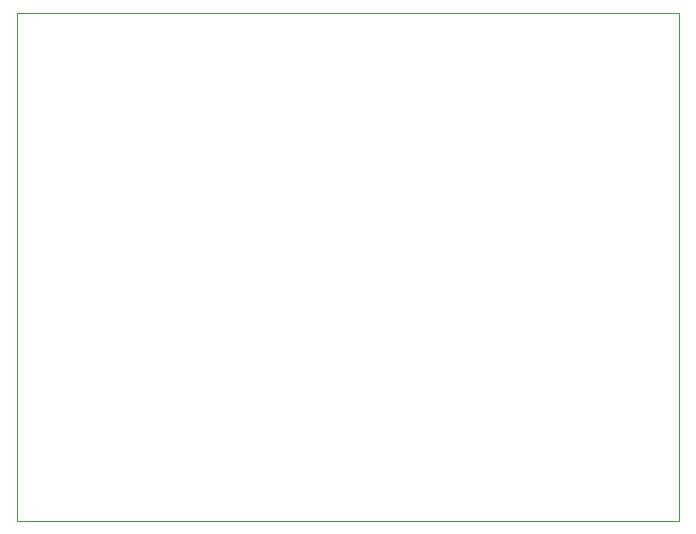
<source format=gbr>
%TF.GenerationSoftware,KiCad,Pcbnew,(6.0.9)*%
%TF.CreationDate,2023-11-13T18:20:47-08:00*%
%TF.ProjectId,music_card,6d757369-635f-4636-9172-642e6b696361,rev?*%
%TF.SameCoordinates,Original*%
%TF.FileFunction,Profile,NP*%
%FSLAX46Y46*%
G04 Gerber Fmt 4.6, Leading zero omitted, Abs format (unit mm)*
G04 Created by KiCad (PCBNEW (6.0.9)) date 2023-11-13 18:20:47*
%MOMM*%
%LPD*%
G01*
G04 APERTURE LIST*
%TA.AperFunction,Profile*%
%ADD10C,0.100000*%
%TD*%
G04 APERTURE END LIST*
D10*
X110000000Y-90000000D02*
X166000000Y-90000000D01*
X166000000Y-133000000D02*
X110000000Y-133000000D01*
X110000000Y-133000000D02*
X110000000Y-90000000D01*
X166000000Y-90000000D02*
X166000000Y-133000000D01*
M02*

</source>
